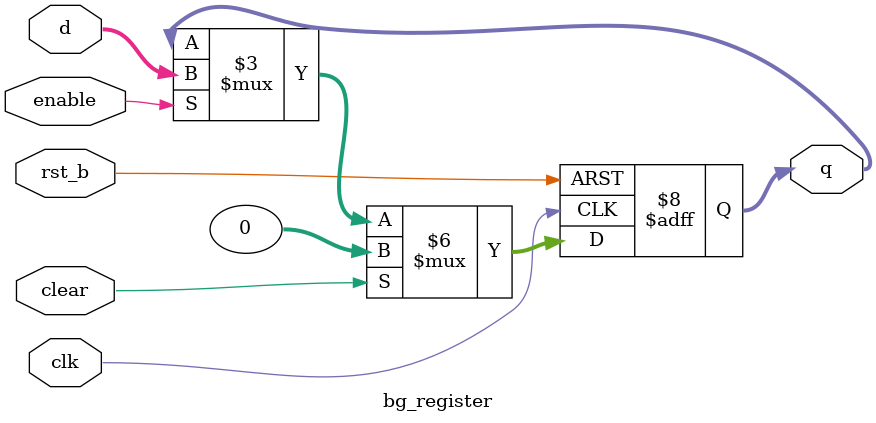
<source format=sv>
module bg_register(q, d, clk, clear, enable, rst_b);

   parameter
            width = 32;

   output logic [(width-1):0] q;
   input logic [(width-1):0]  d;
   input logic clk, clear, enable, rst_b;

   always @(posedge clk or negedge rst_b)
     if (~rst_b)
       q <= 0;
     else if (clear)
       q <= 0;
     else if (enable)
       q <= d;

endmodule // register

</source>
